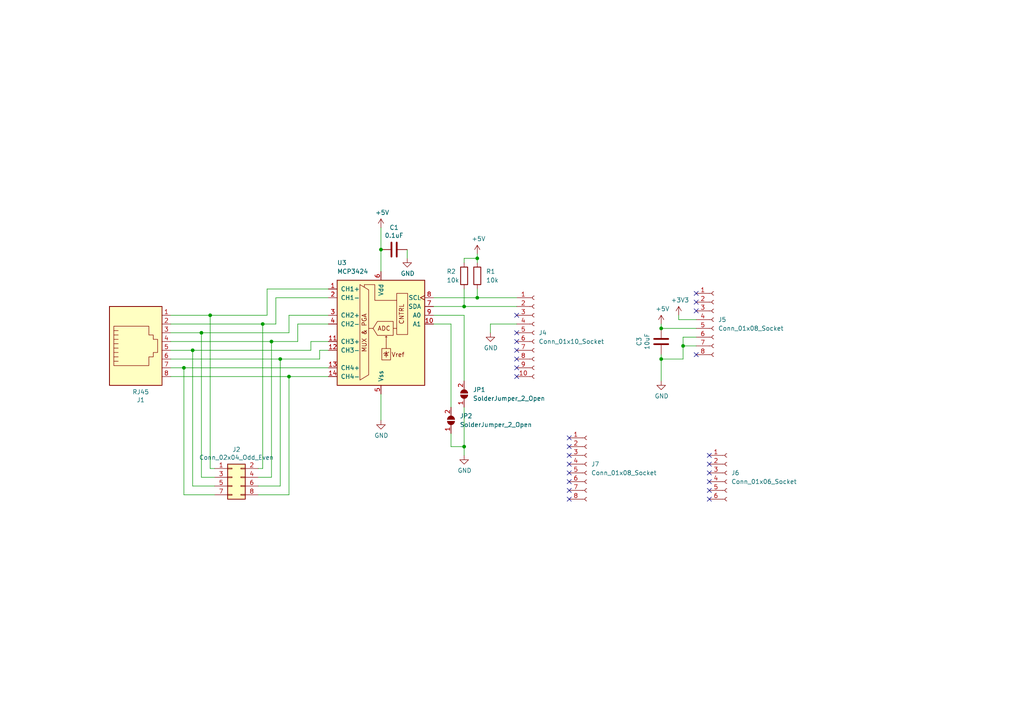
<source format=kicad_sch>
(kicad_sch (version 20230121) (generator eeschema)
  (paper "A4")
  (lib_symbols
    (symbol "Analog_ADC:MCP3424" (pin_names (offset 1.016))
      (property "Reference" "U" (at -2.54 11.43 0))
      (property "Value" "MCP3424" (at -2.54 8.89 0))
      (symbol "MCP3424_0_0"
        (polyline (pts (xy -6.096 6.35) (xy -3.556 4.826) (xy -3.556 -19.812) (xy -6.096 -21.336) (xy -6.096 6.35)))
        (polyline (pts (xy 4.572 1.778) (xy -1.778 1.778) (xy -1.778 6.35) (xy -4.826 6.35) (xy -4.826 5.588)))
        (polyline (pts (xy 3.556 -4.318) (xy 3.556 -8.382) (xy -1.016 -8.382) (xy -2.286 -6.35) (xy -1.016 -4.318) (xy 3.556 -4.318)))
        (text "ADC" (at 0.889 -6.35 0) (effects (font (size 1.27 1.27))))
        (text "CNTRL" (at 6.731 -5.207 900) (effects (font (size 1.27 1.27)) (justify left bottom)))
        (text "MUX & PGA" (at -4.826 -7.62 900) (effects (font (size 1.27 1.27))))
        (text "Vref" (at 4.953 -13.97 0) (effects (font (size 1.27 1.27))))
      )
      (symbol "MCP3424_0_1"
        (polyline (pts (xy -3.556 -6.35) (xy -2.286 -6.35)))
        (polyline (pts (xy 1.016 -13.462) (xy 0.762 -13.716)))
        (polyline (pts (xy 1.524 -12.954) (xy 1.524 -14.732)))
        (polyline (pts (xy 1.524 -8.636) (xy 1.778 -8.89)))
        (polyline (pts (xy 3.556 -6.35) (xy 4.572 -6.35)))
        (polyline (pts (xy 1.016 -13.462) (xy 2.032 -13.462) (xy 2.286 -13.208)))
        (polyline (pts (xy 1.524 -12.192) (xy 1.524 -8.636) (xy 1.27 -8.89)))
        (polyline (pts (xy 1.524 -13.462) (xy 1.016 -14.224) (xy 2.032 -14.224) (xy 1.524 -13.462)))
        (rectangle (start 0.254 -12.192) (end 2.794 -15.494))
        (rectangle (start 4.572 -8.128) (end 7.747 3.81))
        (rectangle (start 12.7 7.62) (end -12.7 -22.86) (stroke (width 0.254)) (fill (type background)))
      )
      (symbol "MCP3424_1_1"
        (pin input line (at -15.24 5.08 0) (length 2.54) (name "CH1+") (number "1"))
        (pin input line (at 15.24 -5.08 180) (length 2.54) (name "A1") (number "10"))
        (pin input line (at -15.24 -10.16 0) (length 2.54) (name "CH3+") (number "11"))
        (pin input line (at -15.24 -12.7 0) (length 2.54) (name "CH3-") (number "12"))
        (pin input line (at -15.24 -17.78 0) (length 2.54) (name "CH4+") (number "13"))
        (pin input line (at -15.24 -20.32 0) (length 2.54) (name "CH4-") (number "14"))
        (pin input line (at -15.24 2.54 0) (length 2.54) (name "CH1-") (number "2"))
        (pin input line (at -15.24 -2.54 0) (length 2.54) (name "CH2+") (number "3"))
        (pin input line (at -15.24 -5.08 0) (length 2.54) (name "CH2-") (number "4"))
        (pin power_in line (at 0 -25.4 90) (length 2.54) (name "Vss") (number "5"))
        (pin power_in line (at 0 10.16 270) (length 2.54) (name "Vdd") (number "6"))
        (pin bidirectional line (at 15.24 0 180) (length 2.54) (name "SDA") (number "7"))
        (pin input clock (at 15.24 2.54 180) (length 2.54) (name "SCL") (number "8"))
        (pin input line (at 15.24 -2.54 180) (length 2.54) (name "A0") (number "9"))
      )
    )
    (symbol "Connector:Conn_01x06_Socket" (pin_names (offset 1.016) hide)
      (property "Reference" "J" (at 0 7.62 0))
      (property "Value" "Conn_01x06_Socket" (at 0 -10.16 0))
      (symbol "Conn_01x06_Socket_1_1"
        (arc (start 0 -7.112) (mid -0.5058 -7.62) (end 0 -8.128) (stroke (width 0.1524)))
        (arc (start 0 -4.572) (mid -0.5058 -5.08) (end 0 -5.588) (stroke (width 0.1524)))
        (arc (start 0 -2.032) (mid -0.5058 -2.54) (end 0 -3.048) (stroke (width 0.1524)))
        (polyline (pts (xy -1.27 -7.62) (xy -0.508 -7.62)) (stroke (width 0.1524)))
        (polyline (pts (xy -1.27 -5.08) (xy -0.508 -5.08)) (stroke (width 0.1524)))
        (polyline (pts (xy -1.27 -2.54) (xy -0.508 -2.54)) (stroke (width 0.1524)))
        (polyline (pts (xy -1.27 0) (xy -0.508 0)) (stroke (width 0.1524)))
        (polyline (pts (xy -1.27 2.54) (xy -0.508 2.54)) (stroke (width 0.1524)))
        (polyline (pts (xy -1.27 5.08) (xy -0.508 5.08)) (stroke (width 0.1524)))
        (arc (start 0 0.508) (mid -0.5058 0) (end 0 -0.508) (stroke (width 0.1524)))
        (arc (start 0 3.048) (mid -0.5058 2.54) (end 0 2.032) (stroke (width 0.1524)))
        (arc (start 0 5.588) (mid -0.5058 5.08) (end 0 4.572) (stroke (width 0.1524)))
        (pin passive line (at -5.08 5.08 0) (length 3.81) (name "Pin_1") (number "1"))
        (pin passive line (at -5.08 2.54 0) (length 3.81) (name "Pin_2") (number "2"))
        (pin passive line (at -5.08 0 0) (length 3.81) (name "Pin_3") (number "3"))
        (pin passive line (at -5.08 -2.54 0) (length 3.81) (name "Pin_4") (number "4"))
        (pin passive line (at -5.08 -5.08 0) (length 3.81) (name "Pin_5") (number "5"))
        (pin passive line (at -5.08 -7.62 0) (length 3.81) (name "Pin_6") (number "6"))
      )
    )
    (symbol "Connector:Conn_01x08_Socket" (pin_names (offset 1.016) hide)
      (property "Reference" "J" (at 0 10.16 0))
      (property "Value" "Conn_01x08_Socket" (at 0 -12.7 0))
      (symbol "Conn_01x08_Socket_1_1"
        (arc (start 0 -9.652) (mid -0.5058 -10.16) (end 0 -10.668) (stroke (width 0.1524)))
        (arc (start 0 -7.112) (mid -0.5058 -7.62) (end 0 -8.128) (stroke (width 0.1524)))
        (arc (start 0 -4.572) (mid -0.5058 -5.08) (end 0 -5.588) (stroke (width 0.1524)))
        (arc (start 0 -2.032) (mid -0.5058 -2.54) (end 0 -3.048) (stroke (width 0.1524)))
        (polyline (pts (xy -1.27 -10.16) (xy -0.508 -10.16)) (stroke (width 0.1524)))
        (polyline (pts (xy -1.27 -7.62) (xy -0.508 -7.62)) (stroke (width 0.1524)))
        (polyline (pts (xy -1.27 -5.08) (xy -0.508 -5.08)) (stroke (width 0.1524)))
        (polyline (pts (xy -1.27 -2.54) (xy -0.508 -2.54)) (stroke (width 0.1524)))
        (polyline (pts (xy -1.27 0) (xy -0.508 0)) (stroke (width 0.1524)))
        (polyline (pts (xy -1.27 2.54) (xy -0.508 2.54)) (stroke (width 0.1524)))
        (polyline (pts (xy -1.27 5.08) (xy -0.508 5.08)) (stroke (width 0.1524)))
        (polyline (pts (xy -1.27 7.62) (xy -0.508 7.62)) (stroke (width 0.1524)))
        (arc (start 0 0.508) (mid -0.5058 0) (end 0 -0.508) (stroke (width 0.1524)))
        (arc (start 0 3.048) (mid -0.5058 2.54) (end 0 2.032) (stroke (width 0.1524)))
        (arc (start 0 5.588) (mid -0.5058 5.08) (end 0 4.572) (stroke (width 0.1524)))
        (arc (start 0 8.128) (mid -0.5058 7.62) (end 0 7.112) (stroke (width 0.1524)))
        (pin passive line (at -5.08 7.62 0) (length 3.81) (name "Pin_1") (number "1"))
        (pin passive line (at -5.08 5.08 0) (length 3.81) (name "Pin_2") (number "2"))
        (pin passive line (at -5.08 2.54 0) (length 3.81) (name "Pin_3") (number "3"))
        (pin passive line (at -5.08 0 0) (length 3.81) (name "Pin_4") (number "4"))
        (pin passive line (at -5.08 -2.54 0) (length 3.81) (name "Pin_5") (number "5"))
        (pin passive line (at -5.08 -5.08 0) (length 3.81) (name "Pin_6") (number "6"))
        (pin passive line (at -5.08 -7.62 0) (length 3.81) (name "Pin_7") (number "7"))
        (pin passive line (at -5.08 -10.16 0) (length 3.81) (name "Pin_8") (number "8"))
      )
    )
    (symbol "Connector:Conn_01x10_Socket" (pin_names (offset 1.016) hide)
      (property "Reference" "J" (at 0 12.7 0))
      (property "Value" "Conn_01x10_Socket" (at 0 -15.24 0))
      (symbol "Conn_01x10_Socket_1_1"
        (arc (start 0 -12.192) (mid -0.5058 -12.7) (end 0 -13.208) (stroke (width 0.1524)))
        (arc (start 0 -9.652) (mid -0.5058 -10.16) (end 0 -10.668) (stroke (width 0.1524)))
        (arc (start 0 -7.112) (mid -0.5058 -7.62) (end 0 -8.128) (stroke (width 0.1524)))
        (arc (start 0 -4.572) (mid -0.5058 -5.08) (end 0 -5.588) (stroke (width 0.1524)))
        (arc (start 0 -2.032) (mid -0.5058 -2.54) (end 0 -3.048) (stroke (width 0.1524)))
        (polyline (pts (xy -1.27 -12.7) (xy -0.508 -12.7)) (stroke (width 0.1524)))
        (polyline (pts (xy -1.27 -10.16) (xy -0.508 -10.16)) (stroke (width 0.1524)))
        (polyline (pts (xy -1.27 -7.62) (xy -0.508 -7.62)) (stroke (width 0.1524)))
        (polyline (pts (xy -1.27 -5.08) (xy -0.508 -5.08)) (stroke (width 0.1524)))
        (polyline (pts (xy -1.27 -2.54) (xy -0.508 -2.54)) (stroke (width 0.1524)))
        (polyline (pts (xy -1.27 0) (xy -0.508 0)) (stroke (width 0.1524)))
        (polyline (pts (xy -1.27 2.54) (xy -0.508 2.54)) (stroke (width 0.1524)))
        (polyline (pts (xy -1.27 5.08) (xy -0.508 5.08)) (stroke (width 0.1524)))
        (polyline (pts (xy -1.27 7.62) (xy -0.508 7.62)) (stroke (width 0.1524)))
        (polyline (pts (xy -1.27 10.16) (xy -0.508 10.16)) (stroke (width 0.1524)))
        (arc (start 0 0.508) (mid -0.5058 0) (end 0 -0.508) (stroke (width 0.1524)))
        (arc (start 0 3.048) (mid -0.5058 2.54) (end 0 2.032) (stroke (width 0.1524)))
        (arc (start 0 5.588) (mid -0.5058 5.08) (end 0 4.572) (stroke (width 0.1524)))
        (arc (start 0 8.128) (mid -0.5058 7.62) (end 0 7.112) (stroke (width 0.1524)))
        (arc (start 0 10.668) (mid -0.5058 10.16) (end 0 9.652) (stroke (width 0.1524)))
        (pin passive line (at -5.08 10.16 0) (length 3.81) (name "Pin_1") (number "1"))
        (pin passive line (at -5.08 -12.7 0) (length 3.81) (name "Pin_10") (number "10"))
        (pin passive line (at -5.08 7.62 0) (length 3.81) (name "Pin_2") (number "2"))
        (pin passive line (at -5.08 5.08 0) (length 3.81) (name "Pin_3") (number "3"))
        (pin passive line (at -5.08 2.54 0) (length 3.81) (name "Pin_4") (number "4"))
        (pin passive line (at -5.08 0 0) (length 3.81) (name "Pin_5") (number "5"))
        (pin passive line (at -5.08 -2.54 0) (length 3.81) (name "Pin_6") (number "6"))
        (pin passive line (at -5.08 -5.08 0) (length 3.81) (name "Pin_7") (number "7"))
        (pin passive line (at -5.08 -7.62 0) (length 3.81) (name "Pin_8") (number "8"))
        (pin passive line (at -5.08 -10.16 0) (length 3.81) (name "Pin_9") (number "9"))
      )
    )
    (symbol "Connector:RJ45" (pin_names (offset 1.016))
      (property "Reference" "J" (at -5.08 13.97 0))
      (property "Value" "RJ45" (at 2.54 13.97 0))
      (symbol "RJ45_0_1"
        (polyline (pts (xy -5.08 4.445) (xy -6.35 4.445)))
        (polyline (pts (xy -5.08 5.715) (xy -6.35 5.715)))
        (polyline (pts (xy -6.35 -3.175) (xy -5.08 -3.175) (xy -5.08 -3.175)))
        (polyline (pts (xy -6.35 -1.905) (xy -5.08 -1.905) (xy -5.08 -1.905)))
        (polyline (pts (xy -6.35 -0.635) (xy -5.08 -0.635) (xy -5.08 -0.635)))
        (polyline (pts (xy -6.35 0.635) (xy -5.08 0.635) (xy -5.08 0.635)))
        (polyline (pts (xy -6.35 1.905) (xy -5.08 1.905) (xy -5.08 1.905)))
        (polyline (pts (xy -5.08 3.175) (xy -6.35 3.175) (xy -6.35 3.175)))
        (polyline (pts (xy -6.35 -4.445) (xy -6.35 6.985) (xy 3.81 6.985) (xy 3.81 4.445) (xy 5.08 4.445) (xy 5.08 3.175) (xy 6.35 3.175) (xy 6.35 -0.635) (xy 5.08 -0.635) (xy 5.08 -1.905) (xy 3.81 -1.905) (xy 3.81 -4.445) (xy -6.35 -4.445) (xy -6.35 -4.445)))
        (rectangle (start 7.62 12.7) (end -7.62 -10.16) (stroke (width 0.254)) (fill (type background)))
      )
      (symbol "RJ45_1_1"
        (pin passive line (at 10.16 -7.62 180) (length 2.54) (name "~") (number "1"))
        (pin passive line (at 10.16 -5.08 180) (length 2.54) (name "~") (number "2"))
        (pin passive line (at 10.16 -2.54 180) (length 2.54) (name "~") (number "3"))
        (pin passive line (at 10.16 0 180) (length 2.54) (name "~") (number "4"))
        (pin passive line (at 10.16 2.54 180) (length 2.54) (name "~") (number "5"))
        (pin passive line (at 10.16 5.08 180) (length 2.54) (name "~") (number "6"))
        (pin passive line (at 10.16 7.62 180) (length 2.54) (name "~") (number "7"))
        (pin passive line (at 10.16 10.16 180) (length 2.54) (name "~") (number "8"))
      )
    )
    (symbol "Connector_Generic:Conn_02x04_Odd_Even" (pin_names (offset 1.016) hide)
      (property "Reference" "J" (at 1.27 5.08 0))
      (property "Value" "Conn_02x04_Odd_Even" (at 1.27 -7.62 0))
      (symbol "Conn_02x04_Odd_Even_1_1"
        (rectangle (start -1.27 -4.953) (end 0 -5.207) (stroke (width 0.1524)))
        (rectangle (start -1.27 -2.413) (end 0 -2.667) (stroke (width 0.1524)))
        (rectangle (start -1.27 0.127) (end 0 -0.127) (stroke (width 0.1524)))
        (rectangle (start -1.27 2.667) (end 0 2.413) (stroke (width 0.1524)))
        (rectangle (start -1.27 3.81) (end 3.81 -6.35) (stroke (width 0.254)) (fill (type background)))
        (rectangle (start 3.81 -4.953) (end 2.54 -5.207) (stroke (width 0.1524)))
        (rectangle (start 3.81 -2.413) (end 2.54 -2.667) (stroke (width 0.1524)))
        (rectangle (start 3.81 0.127) (end 2.54 -0.127) (stroke (width 0.1524)))
        (rectangle (start 3.81 2.667) (end 2.54 2.413) (stroke (width 0.1524)))
        (pin passive line (at -5.08 2.54 0) (length 3.81) (name "Pin_1") (number "1"))
        (pin passive line (at 7.62 2.54 180) (length 3.81) (name "Pin_2") (number "2"))
        (pin passive line (at -5.08 0 0) (length 3.81) (name "Pin_3") (number "3"))
        (pin passive line (at 7.62 0 180) (length 3.81) (name "Pin_4") (number "4"))
        (pin passive line (at -5.08 -2.54 0) (length 3.81) (name "Pin_5") (number "5"))
        (pin passive line (at 7.62 -2.54 180) (length 3.81) (name "Pin_6") (number "6"))
        (pin passive line (at -5.08 -5.08 0) (length 3.81) (name "Pin_7") (number "7"))
        (pin passive line (at 7.62 -5.08 180) (length 3.81) (name "Pin_8") (number "8"))
      )
    )
    (symbol "Device:C" (pin_numbers hide) (pin_names (offset 0.254))
      (property "Reference" "C" (at 0.635 2.54 0))
      (property "Value" "C" (at 0.635 -2.54 0))
      (symbol "C_0_1"
        (polyline (pts (xy -2.032 -0.762) (xy 2.032 -0.762)) (stroke (width 0.508)))
        (polyline (pts (xy -2.032 0.762) (xy 2.032 0.762)) (stroke (width 0.508)))
      )
      (symbol "C_1_1"
        (pin passive line (at 0 3.81 270) (length 2.794) (name "~") (number "1"))
        (pin passive line (at 0 -3.81 90) (length 2.794) (name "~") (number "2"))
      )
    )
    (symbol "Device:R" (pin_numbers hide) (pin_names (offset 0))
      (property "Reference" "R" (at 2.032 0 90))
      (property "Value" "R" (at 0 0 90))
      (symbol "R_0_1"
        (rectangle (start -1.016 -2.54) (end 1.016 2.54) (stroke (width 0.254)))
      )
      (symbol "R_1_1"
        (pin passive line (at 0 3.81 270) (length 1.27) (name "~") (number "1"))
        (pin passive line (at 0 -3.81 90) (length 1.27) (name "~") (number "2"))
      )
    )
    (symbol "Jumper:SolderJumper_2_Open" (pin_names (offset 0) hide)
      (property "Reference" "JP" (at 0 2.032 0))
      (property "Value" "SolderJumper_2_Open" (at 0 -2.54 0))
      (symbol "SolderJumper_2_Open_0_1"
        (arc (start -0.254 1.016) (mid -1.2656 0) (end -0.254 -1.016))
        (arc (start -0.254 1.016) (mid -1.2656 0) (end -0.254 -1.016) (fill (type outline)))
        (polyline (pts (xy -0.254 1.016) (xy -0.254 -1.016)))
        (polyline (pts (xy 0.254 1.016) (xy 0.254 -1.016)))
        (arc (start 0.254 -1.016) (mid 1.2656 0) (end 0.254 1.016))
        (arc (start 0.254 -1.016) (mid 1.2656 0) (end 0.254 1.016) (fill (type outline)))
      )
      (symbol "SolderJumper_2_Open_1_1"
        (pin passive line (at -3.81 0 0) (length 2.54) (name "A") (number "1"))
        (pin passive line (at 3.81 0 180) (length 2.54) (name "B") (number "2"))
      )
    )
    (symbol "power:+3V3" (power) (pin_names (offset 0))
      (property "Value" "+3V3" (at 0 3.556 0))
      (symbol "+3V3_0_1"
        (polyline (pts (xy -0.762 1.27) (xy 0 2.54)))
        (polyline (pts (xy 0 0) (xy 0 2.54)))
        (polyline (pts (xy 0 2.54) (xy 0.762 1.27)))
      )
      (symbol "+3V3_1_1"
        (pin power_in line (at 0 0 90) (length 0) hide (name "+3V3") (number "1"))
      )
    )
    (symbol "power:+5V" (power) (pin_names (offset 0))
      (property "Value" "+5V" (at 0 3.556 0))
      (symbol "+5V_0_1"
        (polyline (pts (xy -0.762 1.27) (xy 0 2.54)))
        (polyline (pts (xy 0 0) (xy 0 2.54)))
        (polyline (pts (xy 0 2.54) (xy 0.762 1.27)))
      )
      (symbol "+5V_1_1"
        (pin power_in line (at 0 0 90) (length 0) hide (name "+5V") (number "1"))
      )
    )
    (symbol "power:GND" (power) (pin_names (offset 0))
      (property "Value" "GND" (at 0 -3.81 0))
      (symbol "GND_0_1"
        (polyline (pts (xy 0 0) (xy 0 -1.27) (xy 1.27 -1.27) (xy 0 -2.54) (xy -1.27 -1.27) (xy 0 -1.27)))
      )
      (symbol "GND_1_1"
        (pin power_in line (at 0 0 270) (length 0) hide (name "GND") (number "1"))
      )
    )
  )
  (junction (at 191.77 95.25))
  (junction (at 198.12 100.33))
  (junction (at 134.62 129.54))
  (junction (at 110.49 72.39))
  (junction (at 81.28 104.14))
  (junction (at 191.77 104.14))
  (junction (at 138.43 86.36))
  (junction (at 60.96 91.44))
  (junction (at 78.74 99.06))
  (junction (at 138.43 74.93))
  (junction (at 58.42 96.52))
  (junction (at 76.2 93.98))
  (junction (at 83.82 109.22))
  (junction (at 53.34 106.68))
  (junction (at 134.62 88.9))
  (junction (at 55.88 101.6))
  (no_connect (at 205.74 132.08))
  (no_connect (at 205.74 142.24))
  (no_connect (at 165.1 127))
  (no_connect (at 149.86 99.06))
  (no_connect (at 165.1 132.08))
  (no_connect (at 205.74 139.7))
  (no_connect (at 149.86 91.44))
  (no_connect (at 165.1 129.54))
  (no_connect (at 165.1 139.7))
  (no_connect (at 205.74 137.16))
  (no_connect (at 201.93 85.09))
  (no_connect (at 165.1 137.16))
  (no_connect (at 205.74 144.78))
  (no_connect (at 149.86 96.52))
  (no_connect (at 201.93 102.87))
  (no_connect (at 165.1 144.78))
  (no_connect (at 149.86 106.68))
  (no_connect (at 205.74 134.62))
  (no_connect (at 165.1 142.24))
  (no_connect (at 149.86 104.14))
  (no_connect (at 149.86 101.6))
  (no_connect (at 165.1 134.62))
  (no_connect (at 149.86 109.22))
  (no_connect (at 201.93 87.63))
  (no_connect (at 201.93 90.17))
  (wire (pts (xy 60.96 91.44) (xy 60.96 135.89)))
  (wire (pts (xy 80.01 93.98) (xy 80.01 86.36)))
  (wire (pts (xy 78.74 99.06) (xy 78.74 138.43)))
  (wire (pts (xy 138.43 73.66) (xy 138.43 74.93)))
  (wire (pts (xy 83.82 96.52) (xy 83.82 91.44)))
  (wire (pts (xy 83.82 109.22) (xy 83.82 143.51)))
  (wire (pts (xy 95.25 99.06) (xy 90.17 99.06)))
  (wire (pts (xy 138.43 74.93) (xy 134.62 74.93)))
  (wire (pts (xy 90.17 99.06) (xy 90.17 101.6)))
  (wire (pts (xy 78.74 138.43) (xy 74.93 138.43)))
  (wire (pts (xy 134.62 88.9) (xy 149.86 88.9)))
  (wire (pts (xy 92.71 101.6) (xy 95.25 101.6)))
  (wire (pts (xy 60.96 91.44) (xy 77.47 91.44)))
  (wire (pts (xy 130.81 93.98) (xy 130.81 118.11)))
  (wire (pts (xy 198.12 100.33) (xy 201.93 100.33)))
  (wire (pts (xy 95.25 83.82) (xy 77.47 83.82)))
  (wire (pts (xy 92.71 104.14) (xy 92.71 101.6)))
  (wire (pts (xy 83.82 109.22) (xy 95.25 109.22)))
  (wire (pts (xy 86.36 99.06) (xy 86.36 93.98)))
  (wire (pts (xy 142.24 93.98) (xy 149.86 93.98)))
  (wire (pts (xy 138.43 83.82) (xy 138.43 86.36)))
  (wire (pts (xy 49.53 96.52) (xy 58.42 96.52)))
  (wire (pts (xy 110.49 114.3) (xy 110.49 121.92)))
  (wire (pts (xy 58.42 96.52) (xy 83.82 96.52)))
  (wire (pts (xy 191.77 104.14) (xy 191.77 110.49)))
  (wire (pts (xy 58.42 138.43) (xy 62.23 138.43)))
  (wire (pts (xy 191.77 95.25) (xy 201.93 95.25)))
  (wire (pts (xy 78.74 99.06) (xy 49.53 99.06)))
  (wire (pts (xy 134.62 110.49) (xy 134.62 91.44)))
  (wire (pts (xy 125.73 93.98) (xy 130.81 93.98)))
  (wire (pts (xy 80.01 86.36) (xy 95.25 86.36)))
  (wire (pts (xy 198.12 104.14) (xy 191.77 104.14)))
  (wire (pts (xy 81.28 104.14) (xy 49.53 104.14)))
  (wire (pts (xy 58.42 96.52) (xy 58.42 138.43)))
  (wire (pts (xy 76.2 93.98) (xy 49.53 93.98)))
  (wire (pts (xy 83.82 143.51) (xy 74.93 143.51)))
  (wire (pts (xy 77.47 83.82) (xy 77.47 91.44)))
  (wire (pts (xy 76.2 93.98) (xy 76.2 135.89)))
  (wire (pts (xy 118.11 74.93) (xy 118.11 72.39)))
  (wire (pts (xy 55.88 101.6) (xy 55.88 140.97)))
  (wire (pts (xy 83.82 91.44) (xy 95.25 91.44)))
  (wire (pts (xy 53.34 143.51) (xy 62.23 143.51)))
  (wire (pts (xy 49.53 91.44) (xy 60.96 91.44)))
  (wire (pts (xy 78.74 99.06) (xy 86.36 99.06)))
  (wire (pts (xy 81.28 104.14) (xy 81.28 140.97)))
  (wire (pts (xy 134.62 83.82) (xy 134.62 88.9)))
  (wire (pts (xy 49.53 101.6) (xy 55.88 101.6)))
  (wire (pts (xy 125.73 91.44) (xy 134.62 91.44)))
  (wire (pts (xy 125.73 86.36) (xy 138.43 86.36)))
  (wire (pts (xy 196.85 92.71) (xy 196.85 91.44)))
  (wire (pts (xy 81.28 104.14) (xy 92.71 104.14)))
  (wire (pts (xy 55.88 101.6) (xy 90.17 101.6)))
  (wire (pts (xy 49.53 106.68) (xy 53.34 106.68)))
  (wire (pts (xy 76.2 135.89) (xy 74.93 135.89)))
  (wire (pts (xy 110.49 66.04) (xy 110.49 72.39)))
  (wire (pts (xy 53.34 106.68) (xy 53.34 143.51)))
  (wire (pts (xy 198.12 97.79) (xy 198.12 100.33)))
  (wire (pts (xy 138.43 86.36) (xy 149.86 86.36)))
  (wire (pts (xy 76.2 93.98) (xy 80.01 93.98)))
  (wire (pts (xy 198.12 100.33) (xy 198.12 104.14)))
  (wire (pts (xy 134.62 74.93) (xy 134.62 76.2)))
  (wire (pts (xy 125.73 88.9) (xy 134.62 88.9)))
  (wire (pts (xy 60.96 135.89) (xy 62.23 135.89)))
  (wire (pts (xy 55.88 140.97) (xy 62.23 140.97)))
  (wire (pts (xy 134.62 129.54) (xy 134.62 132.08)))
  (wire (pts (xy 142.24 93.98) (xy 142.24 96.52)))
  (wire (pts (xy 134.62 129.54) (xy 130.81 129.54)))
  (wire (pts (xy 201.93 97.79) (xy 198.12 97.79)))
  (wire (pts (xy 53.34 106.68) (xy 95.25 106.68)))
  (wire (pts (xy 83.82 109.22) (xy 49.53 109.22)))
  (wire (pts (xy 191.77 93.98) (xy 191.77 95.25)))
  (wire (pts (xy 134.62 118.11) (xy 134.62 129.54)))
  (wire (pts (xy 201.93 92.71) (xy 196.85 92.71)))
  (wire (pts (xy 138.43 74.93) (xy 138.43 76.2)))
  (wire (pts (xy 130.81 125.73) (xy 130.81 129.54)))
  (wire (pts (xy 110.49 72.39) (xy 110.49 78.74)))
  (wire (pts (xy 81.28 140.97) (xy 74.93 140.97)))
  (wire (pts (xy 191.77 102.87) (xy 191.77 104.14)))
  (wire (pts (xy 86.36 93.98) (xy 95.25 93.98)))
  (symbol (lib_id "Connector:RJ45") (at 39.37 99.06 0) (mirror x) (unit 1)
    (property "Reference" "J1" (at 40.8178 116.0018 0))
    (property "Value" "RJ45" (at 40.8178 113.6904 0))
    (property "Footprint" "my_footprint_library:Molex_RJ45_446200002" (effects hide))
  )
  (symbol (lib_id "power:+5V") (at 110.49 66.04 0) (unit 1)
    (property "Reference" "#PWR02" (effects hide))
    (property "Value" "+5V" (at 110.871 61.6458 0))
  )
  (symbol (lib_id "power:GND") (at 110.49 121.92 0) (unit 1)
    (property "Reference" "#PWR03" (effects hide))
    (property "Value" "GND" (at 110.617 126.3142 0))
  )
  (symbol (lib_id "Device:C") (at 114.3 72.39 270) (unit 1)
    (property "Reference" "C1" (at 114.3 65.9892 90))
    (property "Value" "0.1uF" (at 114.3 68.3006 90))
    (property "Footprint" "Capacitor_SMD:C_0603_1608Metric_Pad1.08x0.95mm_HandSolder" (effects hide))
  )
  (symbol (lib_id "power:GND") (at 118.11 74.93 0) (unit 1)
    (property "Reference" "#PWR04" (effects hide))
    (property "Value" "GND" (at 118.237 79.3242 0))
  )
  (symbol (lib_id "power:+5V") (at 191.77 93.98 0) (unit 1)
    (property "Reference" "#PWR05" (effects hide))
    (property "Value" "+5V" (at 192.151 89.5858 0))
  )
  (symbol (lib_id "power:GND") (at 191.77 110.49 0) (unit 1)
    (property "Reference" "#PWR06" (effects hide))
    (property "Value" "GND" (at 191.897 114.8842 0))
  )
  (symbol (lib_id "power:+3V3") (at 196.85 91.44 0) (unit 1)
    (property "Reference" "#PWR07" (effects hide))
    (property "Value" "+3V3" (at 197.231 87.0458 0))
  )
  (symbol (lib_id "Connector_Generic:Conn_02x04_Odd_Even") (at 67.31 138.43 0) (unit 1)
    (property "Reference" "J2" (at 68.58 130.3782 0))
    (property "Value" "Conn_02x04_Odd_Even" (at 68.58 132.6896 0))
    (property "Footprint" "Connector_PinSocket_2.54mm:PinSocket_2x04_P2.54mm_Vertical" (effects hide))
  )
  (symbol (lib_id "power:GND") (at 142.24 96.52 0) (unit 1)
    (property "Reference" "#PWR010" (effects hide))
    (property "Value" "GND" (at 142.367 100.9142 0))
  )
  (symbol (lib_id "Device:C") (at 191.77 99.06 0) (unit 1)
    (property "Reference" "C3" (at 185.3692 99.06 90))
    (property "Value" "10uF" (at 187.6806 99.06 90))
    (property "Footprint" "Capacitor_SMD:C_0603_1608Metric_Pad1.08x0.95mm_HandSolder" (effects hide))
  )
  (symbol (lib_id "Analog_ADC:MCP3424") (at 110.49 88.9 0) (unit 1)
    (property "Reference" "U3" (at 97.79 76.2 0) (effects (justify left)))
    (property "Value" "MCP3424" (at 97.79 78.74 0) (effects (justify left)))
    (property "Footprint" "Package_SO:SOIC-14_3.9x8.7mm_P1.27mm" (effects hide))
    (property "Datasheet" "http://ww1.microchip.com/downloads/en/DeviceDoc/22088c.pdf" (effects hide))
  )
  (symbol (lib_id "Jumper:SolderJumper_2_Open") (at 134.62 114.3 90) (unit 1)
    (property "Reference" "JP1" (at 137.16 113.03 90) (effects (justify right)))
    (property "Value" "SolderJumper_2_Open" (at 137.16 115.57 90) (effects (justify right)))
    (property "Footprint" "Jumper:SolderJumper-2_P1.3mm_Open_RoundedPad1.0x1.5mm" (effects hide))
  )
  (symbol (lib_id "Jumper:SolderJumper_2_Open") (at 130.81 121.92 90) (unit 1)
    (property "Reference" "JP2" (at 133.35 120.65 90) (effects (justify right)))
    (property "Value" "SolderJumper_2_Open" (at 133.35 123.19 90) (effects (justify right)))
    (property "Footprint" "Jumper:SolderJumper-2_P1.3mm_Open_RoundedPad1.0x1.5mm" (effects hide))
  )
  (symbol (lib_id "Connector:Conn_01x10_Socket") (at 154.94 96.52 0) (unit 1)
    (property "Reference" "J4" (at 156.21 96.52 0) (effects (justify left)))
    (property "Value" "Conn_01x10_Socket" (at 156.21 99.06 0) (effects (justify left)))
    (property "Footprint" "Connector_PinSocket_2.54mm:PinSocket_1x10_P2.54mm_Vertical" (effects hide))
  )
  (symbol (lib_id "Device:R") (at 134.62 80.01 0) (unit 1)
    (property "Reference" "R2" (at 129.54 78.74 0) (effects (justify left)))
    (property "Value" "10k" (at 129.54 81.28 0) (effects (justify left)))
    (property "Footprint" "Capacitor_SMD:C_0603_1608Metric_Pad1.08x0.95mm_HandSolder" (effects hide))
  )
  (symbol (lib_id "power:+5V") (at 138.43 73.66 0) (unit 1)
    (property "Reference" "#PWR01" (effects hide))
    (property "Value" "+5V" (at 138.811 69.2658 0))
  )
  (symbol (lib_id "Connector:Conn_01x06_Socket") (at 210.82 137.16 0) (unit 1)
    (property "Reference" "J6" (at 212.09 137.16 0) (effects (justify left)))
    (property "Value" "Conn_01x06_Socket" (at 212.09 139.7 0) (effects (justify left)))
    (property "Footprint" "Connector_PinSocket_2.54mm:PinSocket_1x06_P2.54mm_Vertical" (effects hide))
  )
  (symbol (lib_id "power:GND") (at 134.62 132.08 0) (unit 1)
    (property "Reference" "#PWR08" (effects hide))
    (property "Value" "GND" (at 134.747 136.4742 0))
  )
  (symbol (lib_id "Connector:Conn_01x08_Socket") (at 170.18 134.62 0) (unit 1)
    (property "Reference" "J7" (at 171.45 134.62 0) (effects (justify left)))
    (property "Value" "Conn_01x08_Socket" (at 171.45 137.16 0) (effects (justify left)))
    (property "Footprint" "Connector_PinSocket_2.54mm:PinSocket_1x08_P2.54mm_Vertical" (effects hide))
  )
  (symbol (lib_id "Device:R") (at 138.43 80.01 0) (unit 1)
    (property "Reference" "R1" (at 140.97 78.74 0) (effects (justify left)))
    (property "Value" "10k" (at 140.97 81.28 0) (effects (justify left)))
    (property "Footprint" "Capacitor_SMD:C_0603_1608Metric_Pad1.08x0.95mm_HandSolder" (effects hide))
  )
  (symbol (lib_id "Connector:Conn_01x08_Socket") (at 207.01 92.71 0) (unit 1)
    (property "Reference" "J5" (at 208.28 92.71 0) (effects (justify left)))
    (property "Value" "Conn_01x08_Socket" (at 208.28 95.25 0) (effects (justify left)))
    (property "Footprint" "Connector_PinSocket_2.54mm:PinSocket_1x08_P2.54mm_Vertical" (effects hide))
  )
)
</source>
